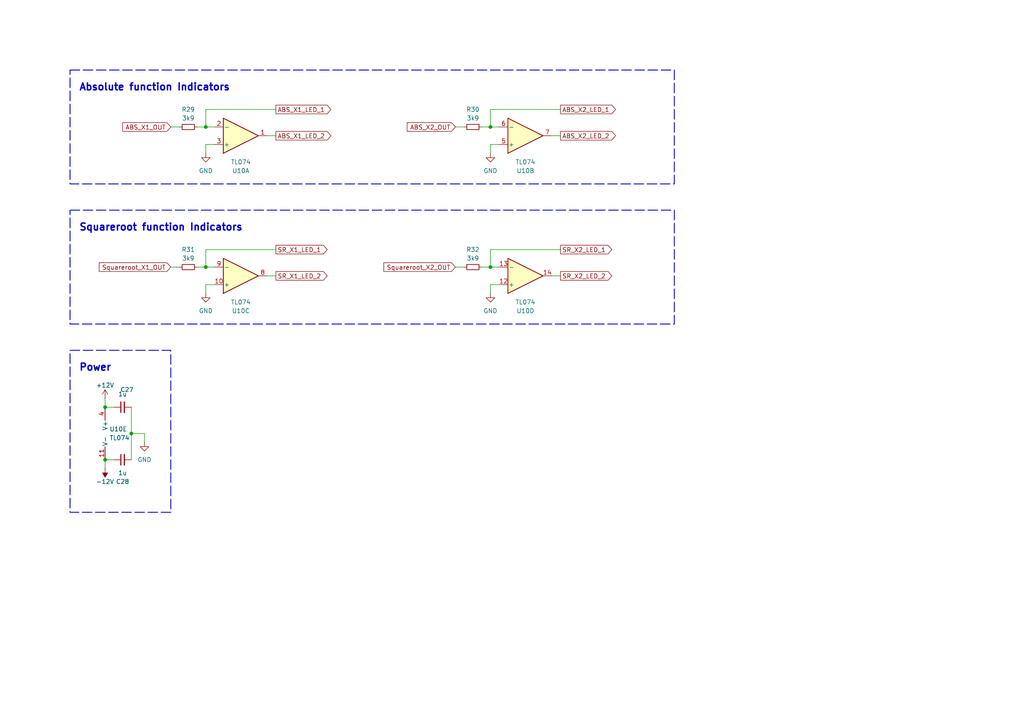
<source format=kicad_sch>
(kicad_sch (version 20231120) (generator "eeschema") (generator_version "8.0")
  (paper "A4")
  (title_block (title "Analog Computer Math Module") (date "2025-01-29") (rev "1") (company "Saal 2025"))
  (lib_symbols
    (symbol "Amplifier_Operational:TL074" (pin_names (offset 0.127))
      (property "Reference" "U" (at 0 5.08 0))
      (property "Value" "TL074" (at 0 -5.08 0))
      (symbol "TL074_1_1"
        (polyline (pts (xy -5.08 5.08) (xy 5.08 0) (xy -5.08 -5.08) (xy -5.08 5.08)) (stroke (width 0.254)) (fill (type background)))
        (pin output line (at 7.62 0 180) (length 2.54) (name "~") (number "1"))
        (pin input line (at -7.62 -2.54 0) (length 2.54) (name "-") (number "2"))
        (pin input line (at -7.62 2.54 0) (length 2.54) (name "+") (number "3"))
      )
      (symbol "TL074_2_1"
        (polyline (pts (xy -5.08 5.08) (xy 5.08 0) (xy -5.08 -5.08) (xy -5.08 5.08)) (stroke (width 0.254)) (fill (type background)))
        (pin input line (at -7.62 2.54 0) (length 2.54) (name "+") (number "5"))
        (pin input line (at -7.62 -2.54 0) (length 2.54) (name "-") (number "6"))
        (pin output line (at 7.62 0 180) (length 2.54) (name "~") (number "7"))
      )
      (symbol "TL074_3_1"
        (polyline (pts (xy -5.08 5.08) (xy 5.08 0) (xy -5.08 -5.08) (xy -5.08 5.08)) (stroke (width 0.254)) (fill (type background)))
        (pin input line (at -7.62 2.54 0) (length 2.54) (name "+") (number "10"))
        (pin output line (at 7.62 0 180) (length 2.54) (name "~") (number "8"))
        (pin input line (at -7.62 -2.54 0) (length 2.54) (name "-") (number "9"))
      )
      (symbol "TL074_4_1"
        (polyline (pts (xy -5.08 5.08) (xy 5.08 0) (xy -5.08 -5.08) (xy -5.08 5.08)) (stroke (width 0.254)) (fill (type background)))
        (pin input line (at -7.62 2.54 0) (length 2.54) (name "+") (number "12"))
        (pin input line (at -7.62 -2.54 0) (length 2.54) (name "-") (number "13"))
        (pin output line (at 7.62 0 180) (length 2.54) (name "~") (number "14"))
      )
      (symbol "TL074_5_1"
        (pin power_in line (at -2.54 -7.62 90) (length 3.81) (name "V-") (number "11"))
        (pin power_in line (at -2.54 7.62 270) (length 3.81) (name "V+") (number "4"))
      )
    )
    (symbol "Device:C_Small" (pin_numbers hide) (pin_names (offset 0.254) hide)
      (property "Reference" "C" (at 0.254 1.778 0))
      (property "Value" "C_Small" (at 0.254 -2.032 0))
      (symbol "C_Small_0_1"
        (polyline (pts (xy -1.524 -0.508) (xy 1.524 -0.508)) (stroke (width 0.3302)))
        (polyline (pts (xy -1.524 0.508) (xy 1.524 0.508)) (stroke (width 0.3048)))
      )
      (symbol "C_Small_1_1"
        (pin passive line (at 0 2.54 270) (length 2.032) (name "~") (number "1"))
        (pin passive line (at 0 -2.54 90) (length 2.032) (name "~") (number "2"))
      )
    )
    (symbol "Device:R_Small" (pin_numbers hide) (pin_names (offset 0.254) hide)
      (property "Reference" "R" (at 0.762 0.508 0))
      (property "Value" "R_Small" (at 0.762 -1.016 0))
      (symbol "R_Small_0_1"
        (rectangle (start -0.762 1.778) (end 0.762 -1.778) (stroke (width 0.2032)))
      )
      (symbol "R_Small_1_1"
        (pin passive line (at 0 2.54 270) (length 0.762) (name "~") (number "1"))
        (pin passive line (at 0 -2.54 90) (length 0.762) (name "~") (number "2"))
      )
    )
    (symbol "power:+12V" (power) (pin_numbers hide) (pin_names (offset 0) hide)
      (property "Value" "+12V" (at 0 3.556 0))
      (symbol "+12V_0_1"
        (polyline (pts (xy -0.762 1.27) (xy 0 2.54)))
        (polyline (pts (xy 0 0) (xy 0 2.54)))
        (polyline (pts (xy 0 2.54) (xy 0.762 1.27)))
      )
      (symbol "+12V_1_1"
        (pin power_in line (at 0 0 90) (length 0) (name "~") (number "1"))
      )
    )
    (symbol "power:-12V" (power) (pin_numbers hide) (pin_names (offset 0) hide)
      (property "Value" "-12V" (at 0 3.556 0))
      (symbol "-12V_0_0"
        (pin power_in line (at 0 0 90) (length 0) (name "~") (number "1"))
      )
      (symbol "-12V_0_1"
        (polyline (pts (xy 0 0) (xy 0 1.27) (xy 0.762 1.27) (xy 0 2.54) (xy -0.762 1.27) (xy 0 1.27)) (fill (type outline)))
      )
    )
    (symbol "power:GND" (power) (pin_numbers hide) (pin_names (offset 0) hide)
      (property "Value" "GND" (at 0 -3.81 0))
      (symbol "GND_0_1"
        (polyline (pts (xy 0 0) (xy 0 -1.27) (xy 1.27 -1.27) (xy 0 -2.54) (xy -1.27 -1.27) (xy 0 -1.27)))
      )
      (symbol "GND_1_1"
        (pin power_in line (at 0 0 270) (length 0) (name "~") (number "1"))
      )
    )
  )
  (junction (at 30.48 133.35))
  (junction (at 142.24 77.47))
  (junction (at 30.48 118.11))
  (junction (at 38.1 125.73))
  (junction (at 142.24 36.83))
  (junction (at 59.69 36.83))
  (junction (at 59.69 77.47))
  (wire (pts (xy 142.24 82.55) (xy 144.78 82.55)))
  (wire (pts (xy 142.24 77.47) (xy 144.78 77.47)))
  (wire (pts (xy 142.24 44.45) (xy 142.24 41.91)))
  (wire (pts (xy 38.1 118.11) (xy 38.1 125.73)))
  (wire (pts (xy 77.47 39.37) (xy 80.01 39.37)))
  (wire (pts (xy 139.7 77.47) (xy 142.24 77.47)))
  (wire (pts (xy 142.24 85.09) (xy 142.24 82.55)))
  (wire (pts (xy 160.02 80.01) (xy 162.56 80.01)))
  (wire (pts (xy 49.53 77.47) (xy 52.07 77.47)))
  (wire (pts (xy 59.69 77.47) (xy 62.23 77.47)))
  (wire (pts (xy 142.24 31.75) (xy 162.56 31.75)))
  (wire (pts (xy 132.08 77.47) (xy 134.62 77.47)))
  (wire (pts (xy 132.08 36.83) (xy 134.62 36.83)))
  (wire (pts (xy 57.15 36.83) (xy 59.69 36.83)))
  (wire (pts (xy 139.7 36.83) (xy 142.24 36.83)))
  (wire (pts (xy 59.69 85.09) (xy 59.69 82.55)))
  (wire (pts (xy 41.91 128.27) (xy 41.91 125.73)))
  (wire (pts (xy 59.69 41.91) (xy 62.23 41.91)))
  (wire (pts (xy 49.53 36.83) (xy 52.07 36.83)))
  (wire (pts (xy 30.48 133.35) (xy 30.48 135.89)))
  (wire (pts (xy 30.48 118.11) (xy 33.02 118.11)))
  (wire (pts (xy 142.24 72.39) (xy 162.56 72.39)))
  (wire (pts (xy 30.48 133.35) (xy 33.02 133.35)))
  (wire (pts (xy 57.15 77.47) (xy 59.69 77.47)))
  (wire (pts (xy 30.48 115.57) (xy 30.48 118.11)))
  (wire (pts (xy 142.24 36.83) (xy 144.78 36.83)))
  (wire (pts (xy 142.24 77.47) (xy 142.24 72.39)))
  (wire (pts (xy 77.47 80.01) (xy 80.01 80.01)))
  (wire (pts (xy 59.69 31.75) (xy 80.01 31.75)))
  (wire (pts (xy 59.69 82.55) (xy 62.23 82.55)))
  (wire (pts (xy 38.1 125.73) (xy 38.1 133.35)))
  (wire (pts (xy 59.69 36.83) (xy 62.23 36.83)))
  (wire (pts (xy 59.69 36.83) (xy 59.69 31.75)))
  (wire (pts (xy 59.69 44.45) (xy 59.69 41.91)))
  (wire (pts (xy 142.24 36.83) (xy 142.24 31.75)))
  (wire (pts (xy 142.24 41.91) (xy 144.78 41.91)))
  (wire (pts (xy 38.1 125.73) (xy 41.91 125.73)))
  (wire (pts (xy 59.69 72.39) (xy 80.01 72.39)))
  (wire (pts (xy 160.02 39.37) (xy 162.56 39.37)))
  (wire (pts (xy 59.69 77.47) (xy 59.69 72.39)))
  (rectangle (start 20.32 60.96) (end 195.58 93.98) (stroke (width 0.254) (type dash)))
  (rectangle (start 20.32 20.32) (end 195.58 53.34) (stroke (width 0.254) (type dash)))
  (rectangle (start 20.32 101.6) (end 49.53 148.59) (stroke (width 0.254) (type dash)))
  (text "Squareroot function Indicators" (at 22.86 66.04 0) (effects (font (size 2.032 2.032) (thickness 0.4064) (bold yes)) (justify left)))
  (text "Absolute function Indicators" (at 22.86 25.4 0) (effects (font (size 2.032 2.032) (thickness 0.4064) (bold yes)) (justify left)))
  (text "Power" (at 22.86 106.68 0) (effects (font (size 2.032 2.032) (thickness 0.4064) (bold yes)) (justify left)))
  (global_label "SR_X2_LED_1" (shape output) (at 162.56 72.39 0) (property "Intersheetrefs" "${INTERSHEET_REFS}" (effects (hide yes))))
  (global_label "Squareroot_X1_OUT" (shape input) (at 49.53 77.47 180) (property "Intersheetrefs" "${INTERSHEET_REFS}" (effects (hide yes))))
  (global_label "ABS_X1_LED_2" (shape output) (at 80.01 39.37 0) (property "Intersheetrefs" "${INTERSHEET_REFS}" (effects (hide yes))))
  (global_label "SR_X1_LED_1" (shape output) (at 80.01 72.39 0) (property "Intersheetrefs" "${INTERSHEET_REFS}" (effects (hide yes))))
  (global_label "ABS_X2_OUT" (shape input) (at 132.08 36.83 180) (property "Intersheetrefs" "${INTERSHEET_REFS}" (effects (hide yes))))
  (global_label "SR_X1_LED_2" (shape output) (at 80.01 80.01 0) (property "Intersheetrefs" "${INTERSHEET_REFS}" (effects (hide yes))))
  (global_label "ABS_X2_LED_2" (shape output) (at 162.56 39.37 0) (property "Intersheetrefs" "${INTERSHEET_REFS}" (effects (hide yes))))
  (global_label "ABS_X1_LED_1" (shape output) (at 80.01 31.75 0) (property "Intersheetrefs" "${INTERSHEET_REFS}" (effects (hide yes))))
  (global_label "ABS_X1_OUT" (shape input) (at 49.53 36.83 180) (property "Intersheetrefs" "${INTERSHEET_REFS}" (effects (hide yes))))
  (global_label "SR_X2_LED_2" (shape output) (at 162.56 80.01 0) (property "Intersheetrefs" "${INTERSHEET_REFS}" (effects (hide yes))))
  (global_label "Squareroot_X2_OUT" (shape input) (at 132.08 77.47 180) (property "Intersheetrefs" "${INTERSHEET_REFS}" (effects (hide yes))))
  (global_label "ABS_X2_LED_1" (shape output) (at 162.56 31.75 0) (property "Intersheetrefs" "${INTERSHEET_REFS}" (effects (hide yes))))
  (symbol (lib_id "Amplifier_Operational:TL074") (at 152.4 39.37 0) (mirror x) (unit 2)
    (property "Reference" "U10" (at 152.4 49.53 0))
    (property "Value" "TL074" (at 152.4 46.99 0))
    (property "Footprint" "Package_SO:SOIC-14_3.9x8.7mm_P1.27mm" (effects (hide yes)))
    (property "Datasheet" "http://www.ti.com/lit/ds/symlink/tl071.pdf" (effects (hide yes)))
    (property "Description" "Quad Low-Noise JFET-Input Operational Amplifiers, DIP-14/SOIC-14" (effects (hide yes)))
  )
  (symbol (lib_id "power:-12V") (at 30.48 135.89 180) (unit 1)
    (property "Reference" "#PWR065" (effects (hide yes)))
    (property "Value" "-12V" (at 30.48 139.7 0))
    (property "Description" "Power symbol creates a global label with name \"-12V\"" (effects (hide yes)))
  )
  (symbol (lib_id "Device:R_Small") (at 54.61 77.47 90) (unit 1)
    (property "Reference" "R31" (at 54.61 72.39 90))
    (property "Value" "3k9" (at 54.61 74.93 90))
    (property "Footprint" "Resistor_SMD:R_1206_3216Metric_Pad1.30x1.75mm_HandSolder" (effects (hide yes)))
    (property "Description" "Resistor, small symbol" (effects (hide yes)))
  )
  (symbol (lib_id "power:GND") (at 59.69 85.09 0) (unit 1)
    (property "Reference" "#PWR061" (effects (hide yes)))
    (property "Value" "GND" (at 59.69 90.17 0))
    (property "Description" "Power symbol creates a global label with name \"GND\" , ground" (effects (hide yes)))
  )
  (symbol (lib_id "power:GND") (at 142.24 85.09 0) (unit 1)
    (property "Reference" "#PWR062" (effects (hide yes)))
    (property "Value" "GND" (at 142.24 90.17 0))
    (property "Description" "Power symbol creates a global label with name \"GND\" , ground" (effects (hide yes)))
  )
  (symbol (lib_id "Amplifier_Operational:TL074") (at 69.85 39.37 0) (mirror x) (unit 1)
    (property "Reference" "U10" (at 69.85 49.53 0))
    (property "Value" "TL074" (at 69.85 46.99 0))
    (property "Footprint" "Package_SO:SOIC-14_3.9x8.7mm_P1.27mm" (effects (hide yes)))
    (property "Datasheet" "http://www.ti.com/lit/ds/symlink/tl071.pdf" (effects (hide yes)))
    (property "Description" "Quad Low-Noise JFET-Input Operational Amplifiers, DIP-14/SOIC-14" (effects (hide yes)))
  )
  (symbol (lib_id "power:GND") (at 41.91 128.27 0) (unit 1)
    (property "Reference" "#PWR064" (effects (hide yes)))
    (property "Value" "GND" (at 41.91 133.35 0))
    (property "Description" "Power symbol creates a global label with name \"GND\" , ground" (effects (hide yes)))
  )
  (symbol (lib_id "power:GND") (at 142.24 44.45 0) (unit 1)
    (property "Reference" "#PWR060" (effects (hide yes)))
    (property "Value" "GND" (at 142.24 49.53 0))
    (property "Description" "Power symbol creates a global label with name \"GND\" , ground" (effects (hide yes)))
  )
  (symbol (lib_id "Amplifier_Operational:TL074") (at 69.85 80.01 0) (mirror x) (unit 3)
    (property "Reference" "U10" (at 69.85 90.17 0))
    (property "Value" "TL074" (at 69.85 87.63 0))
    (property "Footprint" "Package_SO:SOIC-14_3.9x8.7mm_P1.27mm" (effects (hide yes)))
    (property "Datasheet" "http://www.ti.com/lit/ds/symlink/tl071.pdf" (effects (hide yes)))
    (property "Description" "Quad Low-Noise JFET-Input Operational Amplifiers, DIP-14/SOIC-14" (effects (hide yes)))
  )
  (symbol (lib_id "Amplifier_Operational:TL074") (at 33.02 125.73 0) (unit 5)
    (property "Reference" "U10" (at 31.75 124.4599 0) (effects (justify left)))
    (property "Value" "TL074" (at 31.75 126.9999 0) (effects (justify left)))
    (property "Footprint" "Package_SO:SOIC-14_3.9x8.7mm_P1.27mm" (effects (hide yes)))
    (property "Datasheet" "http://www.ti.com/lit/ds/symlink/tl071.pdf" (effects (hide yes)))
    (property "Description" "Quad Low-Noise JFET-Input Operational Amplifiers, DIP-14/SOIC-14" (effects (hide yes)))
  )
  (symbol (lib_id "Device:R_Small") (at 54.61 36.83 90) (unit 1)
    (property "Reference" "R29" (at 54.61 31.75 90))
    (property "Value" "3k9" (at 54.61 34.29 90))
    (property "Footprint" "Resistor_SMD:R_1206_3216Metric_Pad1.30x1.75mm_HandSolder" (effects (hide yes)))
    (property "Description" "Resistor, small symbol" (effects (hide yes)))
  )
  (symbol (lib_id "power:+12V") (at 30.48 115.57 0) (unit 1)
    (property "Reference" "#PWR063" (effects (hide yes)))
    (property "Value" "+12V" (at 30.48 111.76 0))
    (property "Description" "Power symbol creates a global label with name \"+12V\"" (effects (hide yes)))
  )
  (symbol (lib_id "Amplifier_Operational:TL074") (at 152.4 80.01 0) (mirror x) (unit 4)
    (property "Reference" "U10" (at 152.4 90.17 0))
    (property "Value" "TL074" (at 152.4 87.63 0))
    (property "Footprint" "Package_SO:SOIC-14_3.9x8.7mm_P1.27mm" (effects (hide yes)))
    (property "Datasheet" "http://www.ti.com/lit/ds/symlink/tl071.pdf" (effects (hide yes)))
    (property "Description" "Quad Low-Noise JFET-Input Operational Amplifiers, DIP-14/SOIC-14" (effects (hide yes)))
  )
  (symbol (lib_id "Device:R_Small") (at 137.16 36.83 90) (unit 1)
    (property "Reference" "R30" (at 137.16 31.75 90))
    (property "Value" "3k9" (at 137.16 34.29 90))
    (property "Footprint" "Resistor_SMD:R_1206_3216Metric_Pad1.30x1.75mm_HandSolder" (effects (hide yes)))
    (property "Description" "Resistor, small symbol" (effects (hide yes)))
  )
  (symbol (lib_id "Device:C_Small") (at 35.56 118.11 90) (unit 1)
    (property "Reference" "C27" (at 36.8363 113.03 90))
    (property "Value" "1u" (at 35.5663 114.3 90))
    (property "Footprint" "Capacitor_SMD:C_1206_3216Metric_Pad1.33x1.80mm_HandSolder" (effects (hide yes)))
    (property "Description" "Unpolarized capacitor, small symbol" (effects (hide yes)))
  )
  (symbol (lib_id "power:GND") (at 59.69 44.45 0) (unit 1)
    (property "Reference" "#PWR059" (effects (hide yes)))
    (property "Value" "GND" (at 59.69 49.53 0))
    (property "Description" "Power symbol creates a global label with name \"GND\" , ground" (effects (hide yes)))
  )
  (symbol (lib_id "Device:C_Small") (at 35.56 133.35 90) (mirror x) (unit 1)
    (property "Reference" "C28" (at 35.5663 139.7 90))
    (property "Value" "1u" (at 35.5663 137.16 90))
    (property "Footprint" "Capacitor_SMD:C_1206_3216Metric_Pad1.33x1.80mm_HandSolder" (effects (hide yes)))
    (property "Description" "Unpolarized capacitor, small symbol" (effects (hide yes)))
  )
  (symbol (lib_id "Device:R_Small") (at 137.16 77.47 90) (unit 1)
    (property "Reference" "R32" (at 137.16 72.39 90))
    (property "Value" "3k9" (at 137.16 74.93 90))
    (property "Footprint" "Resistor_SMD:R_1206_3216Metric_Pad1.30x1.75mm_HandSolder" (effects (hide yes)))
    (property "Description" "Resistor, small symbol" (effects (hide yes)))
  )
)
</source>
